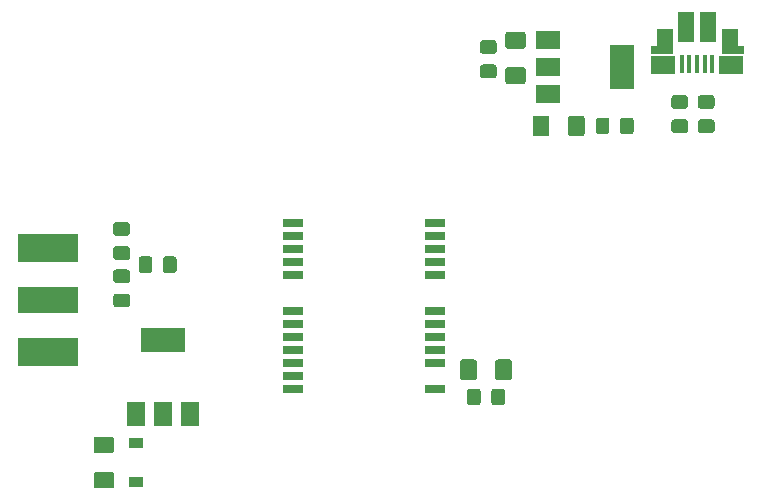
<source format=gbr>
G04 #@! TF.GenerationSoftware,KiCad,Pcbnew,5.1.5*
G04 #@! TF.CreationDate,2020-03-06T00:10:34-08:00*
G04 #@! TF.ProjectId,orangepi-neo-gps,6f72616e-6765-4706-992d-6e656f2d6770,1*
G04 #@! TF.SameCoordinates,Original*
G04 #@! TF.FileFunction,Paste,Bot*
G04 #@! TF.FilePolarity,Positive*
%FSLAX46Y46*%
G04 Gerber Fmt 4.6, Leading zero omitted, Abs format (unit mm)*
G04 Created by KiCad (PCBNEW 5.1.5) date 2020-03-06 00:10:35*
%MOMM*%
%LPD*%
G04 APERTURE LIST*
%ADD10C,0.100000*%
%ADD11R,1.200000X0.900000*%
%ADD12R,1.350000X2.000000*%
%ADD13R,1.825000X0.700000*%
%ADD14R,2.000000X1.500000*%
%ADD15R,0.400000X1.650000*%
%ADD16R,1.430000X2.500000*%
%ADD17R,5.080000X2.290000*%
%ADD18R,5.080000X2.420000*%
%ADD19R,1.500000X2.000000*%
%ADD20R,3.800000X2.000000*%
%ADD21R,1.800000X0.800000*%
%ADD22R,2.000000X3.800000*%
G04 APERTURE END LIST*
D10*
G36*
X33399504Y-61051204D02*
G01*
X33423773Y-61054804D01*
X33447571Y-61060765D01*
X33470671Y-61069030D01*
X33492849Y-61079520D01*
X33513893Y-61092133D01*
X33533598Y-61106747D01*
X33551777Y-61123223D01*
X33568253Y-61141402D01*
X33582867Y-61161107D01*
X33595480Y-61182151D01*
X33605970Y-61204329D01*
X33614235Y-61227429D01*
X33620196Y-61251227D01*
X33623796Y-61275496D01*
X33625000Y-61300000D01*
X33625000Y-62225000D01*
X33623796Y-62249504D01*
X33620196Y-62273773D01*
X33614235Y-62297571D01*
X33605970Y-62320671D01*
X33595480Y-62342849D01*
X33582867Y-62363893D01*
X33568253Y-62383598D01*
X33551777Y-62401777D01*
X33533598Y-62418253D01*
X33513893Y-62432867D01*
X33492849Y-62445480D01*
X33470671Y-62455970D01*
X33447571Y-62464235D01*
X33423773Y-62470196D01*
X33399504Y-62473796D01*
X33375000Y-62475000D01*
X32125000Y-62475000D01*
X32100496Y-62473796D01*
X32076227Y-62470196D01*
X32052429Y-62464235D01*
X32029329Y-62455970D01*
X32007151Y-62445480D01*
X31986107Y-62432867D01*
X31966402Y-62418253D01*
X31948223Y-62401777D01*
X31931747Y-62383598D01*
X31917133Y-62363893D01*
X31904520Y-62342849D01*
X31894030Y-62320671D01*
X31885765Y-62297571D01*
X31879804Y-62273773D01*
X31876204Y-62249504D01*
X31875000Y-62225000D01*
X31875000Y-61300000D01*
X31876204Y-61275496D01*
X31879804Y-61251227D01*
X31885765Y-61227429D01*
X31894030Y-61204329D01*
X31904520Y-61182151D01*
X31917133Y-61161107D01*
X31931747Y-61141402D01*
X31948223Y-61123223D01*
X31966402Y-61106747D01*
X31986107Y-61092133D01*
X32007151Y-61079520D01*
X32029329Y-61069030D01*
X32052429Y-61060765D01*
X32076227Y-61054804D01*
X32100496Y-61051204D01*
X32125000Y-61050000D01*
X33375000Y-61050000D01*
X33399504Y-61051204D01*
G37*
G36*
X33399504Y-64026204D02*
G01*
X33423773Y-64029804D01*
X33447571Y-64035765D01*
X33470671Y-64044030D01*
X33492849Y-64054520D01*
X33513893Y-64067133D01*
X33533598Y-64081747D01*
X33551777Y-64098223D01*
X33568253Y-64116402D01*
X33582867Y-64136107D01*
X33595480Y-64157151D01*
X33605970Y-64179329D01*
X33614235Y-64202429D01*
X33620196Y-64226227D01*
X33623796Y-64250496D01*
X33625000Y-64275000D01*
X33625000Y-65200000D01*
X33623796Y-65224504D01*
X33620196Y-65248773D01*
X33614235Y-65272571D01*
X33605970Y-65295671D01*
X33595480Y-65317849D01*
X33582867Y-65338893D01*
X33568253Y-65358598D01*
X33551777Y-65376777D01*
X33533598Y-65393253D01*
X33513893Y-65407867D01*
X33492849Y-65420480D01*
X33470671Y-65430970D01*
X33447571Y-65439235D01*
X33423773Y-65445196D01*
X33399504Y-65448796D01*
X33375000Y-65450000D01*
X32125000Y-65450000D01*
X32100496Y-65448796D01*
X32076227Y-65445196D01*
X32052429Y-65439235D01*
X32029329Y-65430970D01*
X32007151Y-65420480D01*
X31986107Y-65407867D01*
X31966402Y-65393253D01*
X31948223Y-65376777D01*
X31931747Y-65358598D01*
X31917133Y-65338893D01*
X31904520Y-65317849D01*
X31894030Y-65295671D01*
X31885765Y-65272571D01*
X31879804Y-65248773D01*
X31876204Y-65224504D01*
X31875000Y-65200000D01*
X31875000Y-64275000D01*
X31876204Y-64250496D01*
X31879804Y-64226227D01*
X31885765Y-64202429D01*
X31894030Y-64179329D01*
X31904520Y-64157151D01*
X31917133Y-64136107D01*
X31931747Y-64116402D01*
X31948223Y-64098223D01*
X31966402Y-64081747D01*
X31986107Y-64067133D01*
X32007151Y-64054520D01*
X32029329Y-64044030D01*
X32052429Y-64035765D01*
X32076227Y-64029804D01*
X32100496Y-64026204D01*
X32125000Y-64025000D01*
X33375000Y-64025000D01*
X33399504Y-64026204D01*
G37*
G36*
X67074504Y-54526204D02*
G01*
X67098773Y-54529804D01*
X67122571Y-54535765D01*
X67145671Y-54544030D01*
X67167849Y-54554520D01*
X67188893Y-54567133D01*
X67208598Y-54581747D01*
X67226777Y-54598223D01*
X67243253Y-54616402D01*
X67257867Y-54636107D01*
X67270480Y-54657151D01*
X67280970Y-54679329D01*
X67289235Y-54702429D01*
X67295196Y-54726227D01*
X67298796Y-54750496D01*
X67300000Y-54775000D01*
X67300000Y-56025000D01*
X67298796Y-56049504D01*
X67295196Y-56073773D01*
X67289235Y-56097571D01*
X67280970Y-56120671D01*
X67270480Y-56142849D01*
X67257867Y-56163893D01*
X67243253Y-56183598D01*
X67226777Y-56201777D01*
X67208598Y-56218253D01*
X67188893Y-56232867D01*
X67167849Y-56245480D01*
X67145671Y-56255970D01*
X67122571Y-56264235D01*
X67098773Y-56270196D01*
X67074504Y-56273796D01*
X67050000Y-56275000D01*
X66125000Y-56275000D01*
X66100496Y-56273796D01*
X66076227Y-56270196D01*
X66052429Y-56264235D01*
X66029329Y-56255970D01*
X66007151Y-56245480D01*
X65986107Y-56232867D01*
X65966402Y-56218253D01*
X65948223Y-56201777D01*
X65931747Y-56183598D01*
X65917133Y-56163893D01*
X65904520Y-56142849D01*
X65894030Y-56120671D01*
X65885765Y-56097571D01*
X65879804Y-56073773D01*
X65876204Y-56049504D01*
X65875000Y-56025000D01*
X65875000Y-54775000D01*
X65876204Y-54750496D01*
X65879804Y-54726227D01*
X65885765Y-54702429D01*
X65894030Y-54679329D01*
X65904520Y-54657151D01*
X65917133Y-54636107D01*
X65931747Y-54616402D01*
X65948223Y-54598223D01*
X65966402Y-54581747D01*
X65986107Y-54567133D01*
X66007151Y-54554520D01*
X66029329Y-54544030D01*
X66052429Y-54535765D01*
X66076227Y-54529804D01*
X66100496Y-54526204D01*
X66125000Y-54525000D01*
X67050000Y-54525000D01*
X67074504Y-54526204D01*
G37*
G36*
X64099504Y-54526204D02*
G01*
X64123773Y-54529804D01*
X64147571Y-54535765D01*
X64170671Y-54544030D01*
X64192849Y-54554520D01*
X64213893Y-54567133D01*
X64233598Y-54581747D01*
X64251777Y-54598223D01*
X64268253Y-54616402D01*
X64282867Y-54636107D01*
X64295480Y-54657151D01*
X64305970Y-54679329D01*
X64314235Y-54702429D01*
X64320196Y-54726227D01*
X64323796Y-54750496D01*
X64325000Y-54775000D01*
X64325000Y-56025000D01*
X64323796Y-56049504D01*
X64320196Y-56073773D01*
X64314235Y-56097571D01*
X64305970Y-56120671D01*
X64295480Y-56142849D01*
X64282867Y-56163893D01*
X64268253Y-56183598D01*
X64251777Y-56201777D01*
X64233598Y-56218253D01*
X64213893Y-56232867D01*
X64192849Y-56245480D01*
X64170671Y-56255970D01*
X64147571Y-56264235D01*
X64123773Y-56270196D01*
X64099504Y-56273796D01*
X64075000Y-56275000D01*
X63150000Y-56275000D01*
X63125496Y-56273796D01*
X63101227Y-56270196D01*
X63077429Y-56264235D01*
X63054329Y-56255970D01*
X63032151Y-56245480D01*
X63011107Y-56232867D01*
X62991402Y-56218253D01*
X62973223Y-56201777D01*
X62956747Y-56183598D01*
X62942133Y-56163893D01*
X62929520Y-56142849D01*
X62919030Y-56120671D01*
X62910765Y-56097571D01*
X62904804Y-56073773D01*
X62901204Y-56049504D01*
X62900000Y-56025000D01*
X62900000Y-54775000D01*
X62901204Y-54750496D01*
X62904804Y-54726227D01*
X62910765Y-54702429D01*
X62919030Y-54679329D01*
X62929520Y-54657151D01*
X62942133Y-54636107D01*
X62956747Y-54616402D01*
X62973223Y-54598223D01*
X62991402Y-54581747D01*
X63011107Y-54567133D01*
X63032151Y-54554520D01*
X63054329Y-54544030D01*
X63077429Y-54535765D01*
X63101227Y-54529804D01*
X63125496Y-54526204D01*
X63150000Y-54525000D01*
X64075000Y-54525000D01*
X64099504Y-54526204D01*
G37*
G36*
X36624505Y-45801204D02*
G01*
X36648773Y-45804804D01*
X36672572Y-45810765D01*
X36695671Y-45819030D01*
X36717850Y-45829520D01*
X36738893Y-45842132D01*
X36758599Y-45856747D01*
X36776777Y-45873223D01*
X36793253Y-45891401D01*
X36807868Y-45911107D01*
X36820480Y-45932150D01*
X36830970Y-45954329D01*
X36839235Y-45977428D01*
X36845196Y-46001227D01*
X36848796Y-46025495D01*
X36850000Y-46049999D01*
X36850000Y-46950001D01*
X36848796Y-46974505D01*
X36845196Y-46998773D01*
X36839235Y-47022572D01*
X36830970Y-47045671D01*
X36820480Y-47067850D01*
X36807868Y-47088893D01*
X36793253Y-47108599D01*
X36776777Y-47126777D01*
X36758599Y-47143253D01*
X36738893Y-47157868D01*
X36717850Y-47170480D01*
X36695671Y-47180970D01*
X36672572Y-47189235D01*
X36648773Y-47195196D01*
X36624505Y-47198796D01*
X36600001Y-47200000D01*
X35949999Y-47200000D01*
X35925495Y-47198796D01*
X35901227Y-47195196D01*
X35877428Y-47189235D01*
X35854329Y-47180970D01*
X35832150Y-47170480D01*
X35811107Y-47157868D01*
X35791401Y-47143253D01*
X35773223Y-47126777D01*
X35756747Y-47108599D01*
X35742132Y-47088893D01*
X35729520Y-47067850D01*
X35719030Y-47045671D01*
X35710765Y-47022572D01*
X35704804Y-46998773D01*
X35701204Y-46974505D01*
X35700000Y-46950001D01*
X35700000Y-46049999D01*
X35701204Y-46025495D01*
X35704804Y-46001227D01*
X35710765Y-45977428D01*
X35719030Y-45954329D01*
X35729520Y-45932150D01*
X35742132Y-45911107D01*
X35756747Y-45891401D01*
X35773223Y-45873223D01*
X35791401Y-45856747D01*
X35811107Y-45842132D01*
X35832150Y-45829520D01*
X35854329Y-45819030D01*
X35877428Y-45810765D01*
X35901227Y-45804804D01*
X35925495Y-45801204D01*
X35949999Y-45800000D01*
X36600001Y-45800000D01*
X36624505Y-45801204D01*
G37*
G36*
X38674505Y-45801204D02*
G01*
X38698773Y-45804804D01*
X38722572Y-45810765D01*
X38745671Y-45819030D01*
X38767850Y-45829520D01*
X38788893Y-45842132D01*
X38808599Y-45856747D01*
X38826777Y-45873223D01*
X38843253Y-45891401D01*
X38857868Y-45911107D01*
X38870480Y-45932150D01*
X38880970Y-45954329D01*
X38889235Y-45977428D01*
X38895196Y-46001227D01*
X38898796Y-46025495D01*
X38900000Y-46049999D01*
X38900000Y-46950001D01*
X38898796Y-46974505D01*
X38895196Y-46998773D01*
X38889235Y-47022572D01*
X38880970Y-47045671D01*
X38870480Y-47067850D01*
X38857868Y-47088893D01*
X38843253Y-47108599D01*
X38826777Y-47126777D01*
X38808599Y-47143253D01*
X38788893Y-47157868D01*
X38767850Y-47170480D01*
X38745671Y-47180970D01*
X38722572Y-47189235D01*
X38698773Y-47195196D01*
X38674505Y-47198796D01*
X38650001Y-47200000D01*
X37999999Y-47200000D01*
X37975495Y-47198796D01*
X37951227Y-47195196D01*
X37927428Y-47189235D01*
X37904329Y-47180970D01*
X37882150Y-47170480D01*
X37861107Y-47157868D01*
X37841401Y-47143253D01*
X37823223Y-47126777D01*
X37806747Y-47108599D01*
X37792132Y-47088893D01*
X37779520Y-47067850D01*
X37769030Y-47045671D01*
X37760765Y-47022572D01*
X37754804Y-46998773D01*
X37751204Y-46974505D01*
X37750000Y-46950001D01*
X37750000Y-46049999D01*
X37751204Y-46025495D01*
X37754804Y-46001227D01*
X37760765Y-45977428D01*
X37769030Y-45954329D01*
X37779520Y-45932150D01*
X37792132Y-45911107D01*
X37806747Y-45891401D01*
X37823223Y-45873223D01*
X37841401Y-45856747D01*
X37861107Y-45842132D01*
X37882150Y-45829520D01*
X37904329Y-45819030D01*
X37927428Y-45810765D01*
X37951227Y-45804804D01*
X37975495Y-45801204D01*
X37999999Y-45800000D01*
X38650001Y-45800000D01*
X38674505Y-45801204D01*
G37*
G36*
X73224504Y-33876204D02*
G01*
X73248773Y-33879804D01*
X73272571Y-33885765D01*
X73295671Y-33894030D01*
X73317849Y-33904520D01*
X73338893Y-33917133D01*
X73358598Y-33931747D01*
X73376777Y-33948223D01*
X73393253Y-33966402D01*
X73407867Y-33986107D01*
X73420480Y-34007151D01*
X73430970Y-34029329D01*
X73439235Y-34052429D01*
X73445196Y-34076227D01*
X73448796Y-34100496D01*
X73450000Y-34125000D01*
X73450000Y-35375000D01*
X73448796Y-35399504D01*
X73445196Y-35423773D01*
X73439235Y-35447571D01*
X73430970Y-35470671D01*
X73420480Y-35492849D01*
X73407867Y-35513893D01*
X73393253Y-35533598D01*
X73376777Y-35551777D01*
X73358598Y-35568253D01*
X73338893Y-35582867D01*
X73317849Y-35595480D01*
X73295671Y-35605970D01*
X73272571Y-35614235D01*
X73248773Y-35620196D01*
X73224504Y-35623796D01*
X73200000Y-35625000D01*
X72275000Y-35625000D01*
X72250496Y-35623796D01*
X72226227Y-35620196D01*
X72202429Y-35614235D01*
X72179329Y-35605970D01*
X72157151Y-35595480D01*
X72136107Y-35582867D01*
X72116402Y-35568253D01*
X72098223Y-35551777D01*
X72081747Y-35533598D01*
X72067133Y-35513893D01*
X72054520Y-35492849D01*
X72044030Y-35470671D01*
X72035765Y-35447571D01*
X72029804Y-35423773D01*
X72026204Y-35399504D01*
X72025000Y-35375000D01*
X72025000Y-34125000D01*
X72026204Y-34100496D01*
X72029804Y-34076227D01*
X72035765Y-34052429D01*
X72044030Y-34029329D01*
X72054520Y-34007151D01*
X72067133Y-33986107D01*
X72081747Y-33966402D01*
X72098223Y-33948223D01*
X72116402Y-33931747D01*
X72136107Y-33917133D01*
X72157151Y-33904520D01*
X72179329Y-33894030D01*
X72202429Y-33885765D01*
X72226227Y-33879804D01*
X72250496Y-33876204D01*
X72275000Y-33875000D01*
X73200000Y-33875000D01*
X73224504Y-33876204D01*
G37*
G36*
X70249504Y-33876204D02*
G01*
X70273773Y-33879804D01*
X70297571Y-33885765D01*
X70320671Y-33894030D01*
X70342849Y-33904520D01*
X70363893Y-33917133D01*
X70383598Y-33931747D01*
X70401777Y-33948223D01*
X70418253Y-33966402D01*
X70432867Y-33986107D01*
X70445480Y-34007151D01*
X70455970Y-34029329D01*
X70464235Y-34052429D01*
X70470196Y-34076227D01*
X70473796Y-34100496D01*
X70475000Y-34125000D01*
X70475000Y-35375000D01*
X70473796Y-35399504D01*
X70470196Y-35423773D01*
X70464235Y-35447571D01*
X70455970Y-35470671D01*
X70445480Y-35492849D01*
X70432867Y-35513893D01*
X70418253Y-35533598D01*
X70401777Y-35551777D01*
X70383598Y-35568253D01*
X70363893Y-35582867D01*
X70342849Y-35595480D01*
X70320671Y-35605970D01*
X70297571Y-35614235D01*
X70273773Y-35620196D01*
X70249504Y-35623796D01*
X70225000Y-35625000D01*
X69300000Y-35625000D01*
X69275496Y-35623796D01*
X69251227Y-35620196D01*
X69227429Y-35614235D01*
X69204329Y-35605970D01*
X69182151Y-35595480D01*
X69161107Y-35582867D01*
X69141402Y-35568253D01*
X69123223Y-35551777D01*
X69106747Y-35533598D01*
X69092133Y-35513893D01*
X69079520Y-35492849D01*
X69069030Y-35470671D01*
X69060765Y-35447571D01*
X69054804Y-35423773D01*
X69051204Y-35399504D01*
X69050000Y-35375000D01*
X69050000Y-34125000D01*
X69051204Y-34100496D01*
X69054804Y-34076227D01*
X69060765Y-34052429D01*
X69069030Y-34029329D01*
X69079520Y-34007151D01*
X69092133Y-33986107D01*
X69106747Y-33966402D01*
X69123223Y-33948223D01*
X69141402Y-33931747D01*
X69161107Y-33917133D01*
X69182151Y-33904520D01*
X69204329Y-33894030D01*
X69227429Y-33885765D01*
X69251227Y-33879804D01*
X69275496Y-33876204D01*
X69300000Y-33875000D01*
X70225000Y-33875000D01*
X70249504Y-33876204D01*
G37*
G36*
X68249504Y-29776204D02*
G01*
X68273773Y-29779804D01*
X68297571Y-29785765D01*
X68320671Y-29794030D01*
X68342849Y-29804520D01*
X68363893Y-29817133D01*
X68383598Y-29831747D01*
X68401777Y-29848223D01*
X68418253Y-29866402D01*
X68432867Y-29886107D01*
X68445480Y-29907151D01*
X68455970Y-29929329D01*
X68464235Y-29952429D01*
X68470196Y-29976227D01*
X68473796Y-30000496D01*
X68475000Y-30025000D01*
X68475000Y-30950000D01*
X68473796Y-30974504D01*
X68470196Y-30998773D01*
X68464235Y-31022571D01*
X68455970Y-31045671D01*
X68445480Y-31067849D01*
X68432867Y-31088893D01*
X68418253Y-31108598D01*
X68401777Y-31126777D01*
X68383598Y-31143253D01*
X68363893Y-31157867D01*
X68342849Y-31170480D01*
X68320671Y-31180970D01*
X68297571Y-31189235D01*
X68273773Y-31195196D01*
X68249504Y-31198796D01*
X68225000Y-31200000D01*
X66975000Y-31200000D01*
X66950496Y-31198796D01*
X66926227Y-31195196D01*
X66902429Y-31189235D01*
X66879329Y-31180970D01*
X66857151Y-31170480D01*
X66836107Y-31157867D01*
X66816402Y-31143253D01*
X66798223Y-31126777D01*
X66781747Y-31108598D01*
X66767133Y-31088893D01*
X66754520Y-31067849D01*
X66744030Y-31045671D01*
X66735765Y-31022571D01*
X66729804Y-30998773D01*
X66726204Y-30974504D01*
X66725000Y-30950000D01*
X66725000Y-30025000D01*
X66726204Y-30000496D01*
X66729804Y-29976227D01*
X66735765Y-29952429D01*
X66744030Y-29929329D01*
X66754520Y-29907151D01*
X66767133Y-29886107D01*
X66781747Y-29866402D01*
X66798223Y-29848223D01*
X66816402Y-29831747D01*
X66836107Y-29817133D01*
X66857151Y-29804520D01*
X66879329Y-29794030D01*
X66902429Y-29785765D01*
X66926227Y-29779804D01*
X66950496Y-29776204D01*
X66975000Y-29775000D01*
X68225000Y-29775000D01*
X68249504Y-29776204D01*
G37*
G36*
X68249504Y-26801204D02*
G01*
X68273773Y-26804804D01*
X68297571Y-26810765D01*
X68320671Y-26819030D01*
X68342849Y-26829520D01*
X68363893Y-26842133D01*
X68383598Y-26856747D01*
X68401777Y-26873223D01*
X68418253Y-26891402D01*
X68432867Y-26911107D01*
X68445480Y-26932151D01*
X68455970Y-26954329D01*
X68464235Y-26977429D01*
X68470196Y-27001227D01*
X68473796Y-27025496D01*
X68475000Y-27050000D01*
X68475000Y-27975000D01*
X68473796Y-27999504D01*
X68470196Y-28023773D01*
X68464235Y-28047571D01*
X68455970Y-28070671D01*
X68445480Y-28092849D01*
X68432867Y-28113893D01*
X68418253Y-28133598D01*
X68401777Y-28151777D01*
X68383598Y-28168253D01*
X68363893Y-28182867D01*
X68342849Y-28195480D01*
X68320671Y-28205970D01*
X68297571Y-28214235D01*
X68273773Y-28220196D01*
X68249504Y-28223796D01*
X68225000Y-28225000D01*
X66975000Y-28225000D01*
X66950496Y-28223796D01*
X66926227Y-28220196D01*
X66902429Y-28214235D01*
X66879329Y-28205970D01*
X66857151Y-28195480D01*
X66836107Y-28182867D01*
X66816402Y-28168253D01*
X66798223Y-28151777D01*
X66781747Y-28133598D01*
X66767133Y-28113893D01*
X66754520Y-28092849D01*
X66744030Y-28070671D01*
X66735765Y-28047571D01*
X66729804Y-28023773D01*
X66726204Y-27999504D01*
X66725000Y-27975000D01*
X66725000Y-27050000D01*
X66726204Y-27025496D01*
X66729804Y-27001227D01*
X66735765Y-26977429D01*
X66744030Y-26954329D01*
X66754520Y-26932151D01*
X66767133Y-26911107D01*
X66781747Y-26891402D01*
X66798223Y-26873223D01*
X66816402Y-26856747D01*
X66836107Y-26842133D01*
X66857151Y-26829520D01*
X66879329Y-26819030D01*
X66902429Y-26810765D01*
X66926227Y-26804804D01*
X66950496Y-26801204D01*
X66975000Y-26800000D01*
X68225000Y-26800000D01*
X68249504Y-26801204D01*
G37*
D11*
X35500000Y-61600000D03*
X35500000Y-64900000D03*
D12*
X85725000Y-27565000D03*
X80245000Y-27565000D03*
D13*
X80025000Y-28315000D03*
X85975000Y-28315000D03*
D14*
X80125000Y-29615000D03*
X85875000Y-29635000D03*
D15*
X81675000Y-29515000D03*
X82325000Y-29515000D03*
X82975000Y-29515000D03*
X83625000Y-29515000D03*
X84275000Y-29515000D03*
D16*
X82015000Y-26365000D03*
X83935000Y-26365000D03*
D17*
X28030000Y-49500000D03*
D18*
X28030000Y-53880000D03*
X28030000Y-45120000D03*
D10*
G36*
X34724505Y-46901204D02*
G01*
X34748773Y-46904804D01*
X34772572Y-46910765D01*
X34795671Y-46919030D01*
X34817850Y-46929520D01*
X34838893Y-46942132D01*
X34858599Y-46956747D01*
X34876777Y-46973223D01*
X34893253Y-46991401D01*
X34907868Y-47011107D01*
X34920480Y-47032150D01*
X34930970Y-47054329D01*
X34939235Y-47077428D01*
X34945196Y-47101227D01*
X34948796Y-47125495D01*
X34950000Y-47149999D01*
X34950000Y-47800001D01*
X34948796Y-47824505D01*
X34945196Y-47848773D01*
X34939235Y-47872572D01*
X34930970Y-47895671D01*
X34920480Y-47917850D01*
X34907868Y-47938893D01*
X34893253Y-47958599D01*
X34876777Y-47976777D01*
X34858599Y-47993253D01*
X34838893Y-48007868D01*
X34817850Y-48020480D01*
X34795671Y-48030970D01*
X34772572Y-48039235D01*
X34748773Y-48045196D01*
X34724505Y-48048796D01*
X34700001Y-48050000D01*
X33799999Y-48050000D01*
X33775495Y-48048796D01*
X33751227Y-48045196D01*
X33727428Y-48039235D01*
X33704329Y-48030970D01*
X33682150Y-48020480D01*
X33661107Y-48007868D01*
X33641401Y-47993253D01*
X33623223Y-47976777D01*
X33606747Y-47958599D01*
X33592132Y-47938893D01*
X33579520Y-47917850D01*
X33569030Y-47895671D01*
X33560765Y-47872572D01*
X33554804Y-47848773D01*
X33551204Y-47824505D01*
X33550000Y-47800001D01*
X33550000Y-47149999D01*
X33551204Y-47125495D01*
X33554804Y-47101227D01*
X33560765Y-47077428D01*
X33569030Y-47054329D01*
X33579520Y-47032150D01*
X33592132Y-47011107D01*
X33606747Y-46991401D01*
X33623223Y-46973223D01*
X33641401Y-46956747D01*
X33661107Y-46942132D01*
X33682150Y-46929520D01*
X33704329Y-46919030D01*
X33727428Y-46910765D01*
X33751227Y-46904804D01*
X33775495Y-46901204D01*
X33799999Y-46900000D01*
X34700001Y-46900000D01*
X34724505Y-46901204D01*
G37*
G36*
X34724505Y-48951204D02*
G01*
X34748773Y-48954804D01*
X34772572Y-48960765D01*
X34795671Y-48969030D01*
X34817850Y-48979520D01*
X34838893Y-48992132D01*
X34858599Y-49006747D01*
X34876777Y-49023223D01*
X34893253Y-49041401D01*
X34907868Y-49061107D01*
X34920480Y-49082150D01*
X34930970Y-49104329D01*
X34939235Y-49127428D01*
X34945196Y-49151227D01*
X34948796Y-49175495D01*
X34950000Y-49199999D01*
X34950000Y-49850001D01*
X34948796Y-49874505D01*
X34945196Y-49898773D01*
X34939235Y-49922572D01*
X34930970Y-49945671D01*
X34920480Y-49967850D01*
X34907868Y-49988893D01*
X34893253Y-50008599D01*
X34876777Y-50026777D01*
X34858599Y-50043253D01*
X34838893Y-50057868D01*
X34817850Y-50070480D01*
X34795671Y-50080970D01*
X34772572Y-50089235D01*
X34748773Y-50095196D01*
X34724505Y-50098796D01*
X34700001Y-50100000D01*
X33799999Y-50100000D01*
X33775495Y-50098796D01*
X33751227Y-50095196D01*
X33727428Y-50089235D01*
X33704329Y-50080970D01*
X33682150Y-50070480D01*
X33661107Y-50057868D01*
X33641401Y-50043253D01*
X33623223Y-50026777D01*
X33606747Y-50008599D01*
X33592132Y-49988893D01*
X33579520Y-49967850D01*
X33569030Y-49945671D01*
X33560765Y-49922572D01*
X33554804Y-49898773D01*
X33551204Y-49874505D01*
X33550000Y-49850001D01*
X33550000Y-49199999D01*
X33551204Y-49175495D01*
X33554804Y-49151227D01*
X33560765Y-49127428D01*
X33569030Y-49104329D01*
X33579520Y-49082150D01*
X33592132Y-49061107D01*
X33606747Y-49041401D01*
X33623223Y-49023223D01*
X33641401Y-49006747D01*
X33661107Y-48992132D01*
X33682150Y-48979520D01*
X33704329Y-48969030D01*
X33727428Y-48960765D01*
X33751227Y-48954804D01*
X33775495Y-48951204D01*
X33799999Y-48950000D01*
X34700001Y-48950000D01*
X34724505Y-48951204D01*
G37*
G36*
X64424505Y-57001204D02*
G01*
X64448773Y-57004804D01*
X64472572Y-57010765D01*
X64495671Y-57019030D01*
X64517850Y-57029520D01*
X64538893Y-57042132D01*
X64558599Y-57056747D01*
X64576777Y-57073223D01*
X64593253Y-57091401D01*
X64607868Y-57111107D01*
X64620480Y-57132150D01*
X64630970Y-57154329D01*
X64639235Y-57177428D01*
X64645196Y-57201227D01*
X64648796Y-57225495D01*
X64650000Y-57249999D01*
X64650000Y-58150001D01*
X64648796Y-58174505D01*
X64645196Y-58198773D01*
X64639235Y-58222572D01*
X64630970Y-58245671D01*
X64620480Y-58267850D01*
X64607868Y-58288893D01*
X64593253Y-58308599D01*
X64576777Y-58326777D01*
X64558599Y-58343253D01*
X64538893Y-58357868D01*
X64517850Y-58370480D01*
X64495671Y-58380970D01*
X64472572Y-58389235D01*
X64448773Y-58395196D01*
X64424505Y-58398796D01*
X64400001Y-58400000D01*
X63749999Y-58400000D01*
X63725495Y-58398796D01*
X63701227Y-58395196D01*
X63677428Y-58389235D01*
X63654329Y-58380970D01*
X63632150Y-58370480D01*
X63611107Y-58357868D01*
X63591401Y-58343253D01*
X63573223Y-58326777D01*
X63556747Y-58308599D01*
X63542132Y-58288893D01*
X63529520Y-58267850D01*
X63519030Y-58245671D01*
X63510765Y-58222572D01*
X63504804Y-58198773D01*
X63501204Y-58174505D01*
X63500000Y-58150001D01*
X63500000Y-57249999D01*
X63501204Y-57225495D01*
X63504804Y-57201227D01*
X63510765Y-57177428D01*
X63519030Y-57154329D01*
X63529520Y-57132150D01*
X63542132Y-57111107D01*
X63556747Y-57091401D01*
X63573223Y-57073223D01*
X63591401Y-57056747D01*
X63611107Y-57042132D01*
X63632150Y-57029520D01*
X63654329Y-57019030D01*
X63677428Y-57010765D01*
X63701227Y-57004804D01*
X63725495Y-57001204D01*
X63749999Y-57000000D01*
X64400001Y-57000000D01*
X64424505Y-57001204D01*
G37*
G36*
X66474505Y-57001204D02*
G01*
X66498773Y-57004804D01*
X66522572Y-57010765D01*
X66545671Y-57019030D01*
X66567850Y-57029520D01*
X66588893Y-57042132D01*
X66608599Y-57056747D01*
X66626777Y-57073223D01*
X66643253Y-57091401D01*
X66657868Y-57111107D01*
X66670480Y-57132150D01*
X66680970Y-57154329D01*
X66689235Y-57177428D01*
X66695196Y-57201227D01*
X66698796Y-57225495D01*
X66700000Y-57249999D01*
X66700000Y-58150001D01*
X66698796Y-58174505D01*
X66695196Y-58198773D01*
X66689235Y-58222572D01*
X66680970Y-58245671D01*
X66670480Y-58267850D01*
X66657868Y-58288893D01*
X66643253Y-58308599D01*
X66626777Y-58326777D01*
X66608599Y-58343253D01*
X66588893Y-58357868D01*
X66567850Y-58370480D01*
X66545671Y-58380970D01*
X66522572Y-58389235D01*
X66498773Y-58395196D01*
X66474505Y-58398796D01*
X66450001Y-58400000D01*
X65799999Y-58400000D01*
X65775495Y-58398796D01*
X65751227Y-58395196D01*
X65727428Y-58389235D01*
X65704329Y-58380970D01*
X65682150Y-58370480D01*
X65661107Y-58357868D01*
X65641401Y-58343253D01*
X65623223Y-58326777D01*
X65606747Y-58308599D01*
X65592132Y-58288893D01*
X65579520Y-58267850D01*
X65569030Y-58245671D01*
X65560765Y-58222572D01*
X65554804Y-58198773D01*
X65551204Y-58174505D01*
X65550000Y-58150001D01*
X65550000Y-57249999D01*
X65551204Y-57225495D01*
X65554804Y-57201227D01*
X65560765Y-57177428D01*
X65569030Y-57154329D01*
X65579520Y-57132150D01*
X65592132Y-57111107D01*
X65606747Y-57091401D01*
X65623223Y-57073223D01*
X65641401Y-57056747D01*
X65661107Y-57042132D01*
X65682150Y-57029520D01*
X65704329Y-57019030D01*
X65727428Y-57010765D01*
X65751227Y-57004804D01*
X65775495Y-57001204D01*
X65799999Y-57000000D01*
X66450001Y-57000000D01*
X66474505Y-57001204D01*
G37*
G36*
X34724505Y-42901204D02*
G01*
X34748773Y-42904804D01*
X34772572Y-42910765D01*
X34795671Y-42919030D01*
X34817850Y-42929520D01*
X34838893Y-42942132D01*
X34858599Y-42956747D01*
X34876777Y-42973223D01*
X34893253Y-42991401D01*
X34907868Y-43011107D01*
X34920480Y-43032150D01*
X34930970Y-43054329D01*
X34939235Y-43077428D01*
X34945196Y-43101227D01*
X34948796Y-43125495D01*
X34950000Y-43149999D01*
X34950000Y-43800001D01*
X34948796Y-43824505D01*
X34945196Y-43848773D01*
X34939235Y-43872572D01*
X34930970Y-43895671D01*
X34920480Y-43917850D01*
X34907868Y-43938893D01*
X34893253Y-43958599D01*
X34876777Y-43976777D01*
X34858599Y-43993253D01*
X34838893Y-44007868D01*
X34817850Y-44020480D01*
X34795671Y-44030970D01*
X34772572Y-44039235D01*
X34748773Y-44045196D01*
X34724505Y-44048796D01*
X34700001Y-44050000D01*
X33799999Y-44050000D01*
X33775495Y-44048796D01*
X33751227Y-44045196D01*
X33727428Y-44039235D01*
X33704329Y-44030970D01*
X33682150Y-44020480D01*
X33661107Y-44007868D01*
X33641401Y-43993253D01*
X33623223Y-43976777D01*
X33606747Y-43958599D01*
X33592132Y-43938893D01*
X33579520Y-43917850D01*
X33569030Y-43895671D01*
X33560765Y-43872572D01*
X33554804Y-43848773D01*
X33551204Y-43824505D01*
X33550000Y-43800001D01*
X33550000Y-43149999D01*
X33551204Y-43125495D01*
X33554804Y-43101227D01*
X33560765Y-43077428D01*
X33569030Y-43054329D01*
X33579520Y-43032150D01*
X33592132Y-43011107D01*
X33606747Y-42991401D01*
X33623223Y-42973223D01*
X33641401Y-42956747D01*
X33661107Y-42942132D01*
X33682150Y-42929520D01*
X33704329Y-42919030D01*
X33727428Y-42910765D01*
X33751227Y-42904804D01*
X33775495Y-42901204D01*
X33799999Y-42900000D01*
X34700001Y-42900000D01*
X34724505Y-42901204D01*
G37*
G36*
X34724505Y-44951204D02*
G01*
X34748773Y-44954804D01*
X34772572Y-44960765D01*
X34795671Y-44969030D01*
X34817850Y-44979520D01*
X34838893Y-44992132D01*
X34858599Y-45006747D01*
X34876777Y-45023223D01*
X34893253Y-45041401D01*
X34907868Y-45061107D01*
X34920480Y-45082150D01*
X34930970Y-45104329D01*
X34939235Y-45127428D01*
X34945196Y-45151227D01*
X34948796Y-45175495D01*
X34950000Y-45199999D01*
X34950000Y-45850001D01*
X34948796Y-45874505D01*
X34945196Y-45898773D01*
X34939235Y-45922572D01*
X34930970Y-45945671D01*
X34920480Y-45967850D01*
X34907868Y-45988893D01*
X34893253Y-46008599D01*
X34876777Y-46026777D01*
X34858599Y-46043253D01*
X34838893Y-46057868D01*
X34817850Y-46070480D01*
X34795671Y-46080970D01*
X34772572Y-46089235D01*
X34748773Y-46095196D01*
X34724505Y-46098796D01*
X34700001Y-46100000D01*
X33799999Y-46100000D01*
X33775495Y-46098796D01*
X33751227Y-46095196D01*
X33727428Y-46089235D01*
X33704329Y-46080970D01*
X33682150Y-46070480D01*
X33661107Y-46057868D01*
X33641401Y-46043253D01*
X33623223Y-46026777D01*
X33606747Y-46008599D01*
X33592132Y-45988893D01*
X33579520Y-45967850D01*
X33569030Y-45945671D01*
X33560765Y-45922572D01*
X33554804Y-45898773D01*
X33551204Y-45874505D01*
X33550000Y-45850001D01*
X33550000Y-45199999D01*
X33551204Y-45175495D01*
X33554804Y-45151227D01*
X33560765Y-45127428D01*
X33569030Y-45104329D01*
X33579520Y-45082150D01*
X33592132Y-45061107D01*
X33606747Y-45041401D01*
X33623223Y-45023223D01*
X33641401Y-45006747D01*
X33661107Y-44992132D01*
X33682150Y-44979520D01*
X33704329Y-44969030D01*
X33727428Y-44960765D01*
X33751227Y-44954804D01*
X33775495Y-44951204D01*
X33799999Y-44950000D01*
X34700001Y-44950000D01*
X34724505Y-44951204D01*
G37*
G36*
X84224505Y-32151204D02*
G01*
X84248773Y-32154804D01*
X84272572Y-32160765D01*
X84295671Y-32169030D01*
X84317850Y-32179520D01*
X84338893Y-32192132D01*
X84358599Y-32206747D01*
X84376777Y-32223223D01*
X84393253Y-32241401D01*
X84407868Y-32261107D01*
X84420480Y-32282150D01*
X84430970Y-32304329D01*
X84439235Y-32327428D01*
X84445196Y-32351227D01*
X84448796Y-32375495D01*
X84450000Y-32399999D01*
X84450000Y-33050001D01*
X84448796Y-33074505D01*
X84445196Y-33098773D01*
X84439235Y-33122572D01*
X84430970Y-33145671D01*
X84420480Y-33167850D01*
X84407868Y-33188893D01*
X84393253Y-33208599D01*
X84376777Y-33226777D01*
X84358599Y-33243253D01*
X84338893Y-33257868D01*
X84317850Y-33270480D01*
X84295671Y-33280970D01*
X84272572Y-33289235D01*
X84248773Y-33295196D01*
X84224505Y-33298796D01*
X84200001Y-33300000D01*
X83299999Y-33300000D01*
X83275495Y-33298796D01*
X83251227Y-33295196D01*
X83227428Y-33289235D01*
X83204329Y-33280970D01*
X83182150Y-33270480D01*
X83161107Y-33257868D01*
X83141401Y-33243253D01*
X83123223Y-33226777D01*
X83106747Y-33208599D01*
X83092132Y-33188893D01*
X83079520Y-33167850D01*
X83069030Y-33145671D01*
X83060765Y-33122572D01*
X83054804Y-33098773D01*
X83051204Y-33074505D01*
X83050000Y-33050001D01*
X83050000Y-32399999D01*
X83051204Y-32375495D01*
X83054804Y-32351227D01*
X83060765Y-32327428D01*
X83069030Y-32304329D01*
X83079520Y-32282150D01*
X83092132Y-32261107D01*
X83106747Y-32241401D01*
X83123223Y-32223223D01*
X83141401Y-32206747D01*
X83161107Y-32192132D01*
X83182150Y-32179520D01*
X83204329Y-32169030D01*
X83227428Y-32160765D01*
X83251227Y-32154804D01*
X83275495Y-32151204D01*
X83299999Y-32150000D01*
X84200001Y-32150000D01*
X84224505Y-32151204D01*
G37*
G36*
X84224505Y-34201204D02*
G01*
X84248773Y-34204804D01*
X84272572Y-34210765D01*
X84295671Y-34219030D01*
X84317850Y-34229520D01*
X84338893Y-34242132D01*
X84358599Y-34256747D01*
X84376777Y-34273223D01*
X84393253Y-34291401D01*
X84407868Y-34311107D01*
X84420480Y-34332150D01*
X84430970Y-34354329D01*
X84439235Y-34377428D01*
X84445196Y-34401227D01*
X84448796Y-34425495D01*
X84450000Y-34449999D01*
X84450000Y-35100001D01*
X84448796Y-35124505D01*
X84445196Y-35148773D01*
X84439235Y-35172572D01*
X84430970Y-35195671D01*
X84420480Y-35217850D01*
X84407868Y-35238893D01*
X84393253Y-35258599D01*
X84376777Y-35276777D01*
X84358599Y-35293253D01*
X84338893Y-35307868D01*
X84317850Y-35320480D01*
X84295671Y-35330970D01*
X84272572Y-35339235D01*
X84248773Y-35345196D01*
X84224505Y-35348796D01*
X84200001Y-35350000D01*
X83299999Y-35350000D01*
X83275495Y-35348796D01*
X83251227Y-35345196D01*
X83227428Y-35339235D01*
X83204329Y-35330970D01*
X83182150Y-35320480D01*
X83161107Y-35307868D01*
X83141401Y-35293253D01*
X83123223Y-35276777D01*
X83106747Y-35258599D01*
X83092132Y-35238893D01*
X83079520Y-35217850D01*
X83069030Y-35195671D01*
X83060765Y-35172572D01*
X83054804Y-35148773D01*
X83051204Y-35124505D01*
X83050000Y-35100001D01*
X83050000Y-34449999D01*
X83051204Y-34425495D01*
X83054804Y-34401227D01*
X83060765Y-34377428D01*
X83069030Y-34354329D01*
X83079520Y-34332150D01*
X83092132Y-34311107D01*
X83106747Y-34291401D01*
X83123223Y-34273223D01*
X83141401Y-34256747D01*
X83161107Y-34242132D01*
X83182150Y-34229520D01*
X83204329Y-34219030D01*
X83227428Y-34210765D01*
X83251227Y-34204804D01*
X83275495Y-34201204D01*
X83299999Y-34200000D01*
X84200001Y-34200000D01*
X84224505Y-34201204D01*
G37*
G36*
X81974505Y-34201204D02*
G01*
X81998773Y-34204804D01*
X82022572Y-34210765D01*
X82045671Y-34219030D01*
X82067850Y-34229520D01*
X82088893Y-34242132D01*
X82108599Y-34256747D01*
X82126777Y-34273223D01*
X82143253Y-34291401D01*
X82157868Y-34311107D01*
X82170480Y-34332150D01*
X82180970Y-34354329D01*
X82189235Y-34377428D01*
X82195196Y-34401227D01*
X82198796Y-34425495D01*
X82200000Y-34449999D01*
X82200000Y-35100001D01*
X82198796Y-35124505D01*
X82195196Y-35148773D01*
X82189235Y-35172572D01*
X82180970Y-35195671D01*
X82170480Y-35217850D01*
X82157868Y-35238893D01*
X82143253Y-35258599D01*
X82126777Y-35276777D01*
X82108599Y-35293253D01*
X82088893Y-35307868D01*
X82067850Y-35320480D01*
X82045671Y-35330970D01*
X82022572Y-35339235D01*
X81998773Y-35345196D01*
X81974505Y-35348796D01*
X81950001Y-35350000D01*
X81049999Y-35350000D01*
X81025495Y-35348796D01*
X81001227Y-35345196D01*
X80977428Y-35339235D01*
X80954329Y-35330970D01*
X80932150Y-35320480D01*
X80911107Y-35307868D01*
X80891401Y-35293253D01*
X80873223Y-35276777D01*
X80856747Y-35258599D01*
X80842132Y-35238893D01*
X80829520Y-35217850D01*
X80819030Y-35195671D01*
X80810765Y-35172572D01*
X80804804Y-35148773D01*
X80801204Y-35124505D01*
X80800000Y-35100001D01*
X80800000Y-34449999D01*
X80801204Y-34425495D01*
X80804804Y-34401227D01*
X80810765Y-34377428D01*
X80819030Y-34354329D01*
X80829520Y-34332150D01*
X80842132Y-34311107D01*
X80856747Y-34291401D01*
X80873223Y-34273223D01*
X80891401Y-34256747D01*
X80911107Y-34242132D01*
X80932150Y-34229520D01*
X80954329Y-34219030D01*
X80977428Y-34210765D01*
X81001227Y-34204804D01*
X81025495Y-34201204D01*
X81049999Y-34200000D01*
X81950001Y-34200000D01*
X81974505Y-34201204D01*
G37*
G36*
X81974505Y-32151204D02*
G01*
X81998773Y-32154804D01*
X82022572Y-32160765D01*
X82045671Y-32169030D01*
X82067850Y-32179520D01*
X82088893Y-32192132D01*
X82108599Y-32206747D01*
X82126777Y-32223223D01*
X82143253Y-32241401D01*
X82157868Y-32261107D01*
X82170480Y-32282150D01*
X82180970Y-32304329D01*
X82189235Y-32327428D01*
X82195196Y-32351227D01*
X82198796Y-32375495D01*
X82200000Y-32399999D01*
X82200000Y-33050001D01*
X82198796Y-33074505D01*
X82195196Y-33098773D01*
X82189235Y-33122572D01*
X82180970Y-33145671D01*
X82170480Y-33167850D01*
X82157868Y-33188893D01*
X82143253Y-33208599D01*
X82126777Y-33226777D01*
X82108599Y-33243253D01*
X82088893Y-33257868D01*
X82067850Y-33270480D01*
X82045671Y-33280970D01*
X82022572Y-33289235D01*
X81998773Y-33295196D01*
X81974505Y-33298796D01*
X81950001Y-33300000D01*
X81049999Y-33300000D01*
X81025495Y-33298796D01*
X81001227Y-33295196D01*
X80977428Y-33289235D01*
X80954329Y-33280970D01*
X80932150Y-33270480D01*
X80911107Y-33257868D01*
X80891401Y-33243253D01*
X80873223Y-33226777D01*
X80856747Y-33208599D01*
X80842132Y-33188893D01*
X80829520Y-33167850D01*
X80819030Y-33145671D01*
X80810765Y-33122572D01*
X80804804Y-33098773D01*
X80801204Y-33074505D01*
X80800000Y-33050001D01*
X80800000Y-32399999D01*
X80801204Y-32375495D01*
X80804804Y-32351227D01*
X80810765Y-32327428D01*
X80819030Y-32304329D01*
X80829520Y-32282150D01*
X80842132Y-32261107D01*
X80856747Y-32241401D01*
X80873223Y-32223223D01*
X80891401Y-32206747D01*
X80911107Y-32192132D01*
X80932150Y-32179520D01*
X80954329Y-32169030D01*
X80977428Y-32160765D01*
X81001227Y-32154804D01*
X81025495Y-32151204D01*
X81049999Y-32150000D01*
X81950001Y-32150000D01*
X81974505Y-32151204D01*
G37*
G36*
X65774505Y-29551204D02*
G01*
X65798773Y-29554804D01*
X65822572Y-29560765D01*
X65845671Y-29569030D01*
X65867850Y-29579520D01*
X65888893Y-29592132D01*
X65908599Y-29606747D01*
X65926777Y-29623223D01*
X65943253Y-29641401D01*
X65957868Y-29661107D01*
X65970480Y-29682150D01*
X65980970Y-29704329D01*
X65989235Y-29727428D01*
X65995196Y-29751227D01*
X65998796Y-29775495D01*
X66000000Y-29799999D01*
X66000000Y-30450001D01*
X65998796Y-30474505D01*
X65995196Y-30498773D01*
X65989235Y-30522572D01*
X65980970Y-30545671D01*
X65970480Y-30567850D01*
X65957868Y-30588893D01*
X65943253Y-30608599D01*
X65926777Y-30626777D01*
X65908599Y-30643253D01*
X65888893Y-30657868D01*
X65867850Y-30670480D01*
X65845671Y-30680970D01*
X65822572Y-30689235D01*
X65798773Y-30695196D01*
X65774505Y-30698796D01*
X65750001Y-30700000D01*
X64849999Y-30700000D01*
X64825495Y-30698796D01*
X64801227Y-30695196D01*
X64777428Y-30689235D01*
X64754329Y-30680970D01*
X64732150Y-30670480D01*
X64711107Y-30657868D01*
X64691401Y-30643253D01*
X64673223Y-30626777D01*
X64656747Y-30608599D01*
X64642132Y-30588893D01*
X64629520Y-30567850D01*
X64619030Y-30545671D01*
X64610765Y-30522572D01*
X64604804Y-30498773D01*
X64601204Y-30474505D01*
X64600000Y-30450001D01*
X64600000Y-29799999D01*
X64601204Y-29775495D01*
X64604804Y-29751227D01*
X64610765Y-29727428D01*
X64619030Y-29704329D01*
X64629520Y-29682150D01*
X64642132Y-29661107D01*
X64656747Y-29641401D01*
X64673223Y-29623223D01*
X64691401Y-29606747D01*
X64711107Y-29592132D01*
X64732150Y-29579520D01*
X64754329Y-29569030D01*
X64777428Y-29560765D01*
X64801227Y-29554804D01*
X64825495Y-29551204D01*
X64849999Y-29550000D01*
X65750001Y-29550000D01*
X65774505Y-29551204D01*
G37*
G36*
X65774505Y-27501204D02*
G01*
X65798773Y-27504804D01*
X65822572Y-27510765D01*
X65845671Y-27519030D01*
X65867850Y-27529520D01*
X65888893Y-27542132D01*
X65908599Y-27556747D01*
X65926777Y-27573223D01*
X65943253Y-27591401D01*
X65957868Y-27611107D01*
X65970480Y-27632150D01*
X65980970Y-27654329D01*
X65989235Y-27677428D01*
X65995196Y-27701227D01*
X65998796Y-27725495D01*
X66000000Y-27749999D01*
X66000000Y-28400001D01*
X65998796Y-28424505D01*
X65995196Y-28448773D01*
X65989235Y-28472572D01*
X65980970Y-28495671D01*
X65970480Y-28517850D01*
X65957868Y-28538893D01*
X65943253Y-28558599D01*
X65926777Y-28576777D01*
X65908599Y-28593253D01*
X65888893Y-28607868D01*
X65867850Y-28620480D01*
X65845671Y-28630970D01*
X65822572Y-28639235D01*
X65798773Y-28645196D01*
X65774505Y-28648796D01*
X65750001Y-28650000D01*
X64849999Y-28650000D01*
X64825495Y-28648796D01*
X64801227Y-28645196D01*
X64777428Y-28639235D01*
X64754329Y-28630970D01*
X64732150Y-28620480D01*
X64711107Y-28607868D01*
X64691401Y-28593253D01*
X64673223Y-28576777D01*
X64656747Y-28558599D01*
X64642132Y-28538893D01*
X64629520Y-28517850D01*
X64619030Y-28495671D01*
X64610765Y-28472572D01*
X64604804Y-28448773D01*
X64601204Y-28424505D01*
X64600000Y-28400001D01*
X64600000Y-27749999D01*
X64601204Y-27725495D01*
X64604804Y-27701227D01*
X64610765Y-27677428D01*
X64619030Y-27654329D01*
X64629520Y-27632150D01*
X64642132Y-27611107D01*
X64656747Y-27591401D01*
X64673223Y-27573223D01*
X64691401Y-27556747D01*
X64711107Y-27542132D01*
X64732150Y-27529520D01*
X64754329Y-27519030D01*
X64777428Y-27510765D01*
X64801227Y-27504804D01*
X64825495Y-27501204D01*
X64849999Y-27500000D01*
X65750001Y-27500000D01*
X65774505Y-27501204D01*
G37*
G36*
X77374505Y-34051204D02*
G01*
X77398773Y-34054804D01*
X77422572Y-34060765D01*
X77445671Y-34069030D01*
X77467850Y-34079520D01*
X77488893Y-34092132D01*
X77508599Y-34106747D01*
X77526777Y-34123223D01*
X77543253Y-34141401D01*
X77557868Y-34161107D01*
X77570480Y-34182150D01*
X77580970Y-34204329D01*
X77589235Y-34227428D01*
X77595196Y-34251227D01*
X77598796Y-34275495D01*
X77600000Y-34299999D01*
X77600000Y-35200001D01*
X77598796Y-35224505D01*
X77595196Y-35248773D01*
X77589235Y-35272572D01*
X77580970Y-35295671D01*
X77570480Y-35317850D01*
X77557868Y-35338893D01*
X77543253Y-35358599D01*
X77526777Y-35376777D01*
X77508599Y-35393253D01*
X77488893Y-35407868D01*
X77467850Y-35420480D01*
X77445671Y-35430970D01*
X77422572Y-35439235D01*
X77398773Y-35445196D01*
X77374505Y-35448796D01*
X77350001Y-35450000D01*
X76699999Y-35450000D01*
X76675495Y-35448796D01*
X76651227Y-35445196D01*
X76627428Y-35439235D01*
X76604329Y-35430970D01*
X76582150Y-35420480D01*
X76561107Y-35407868D01*
X76541401Y-35393253D01*
X76523223Y-35376777D01*
X76506747Y-35358599D01*
X76492132Y-35338893D01*
X76479520Y-35317850D01*
X76469030Y-35295671D01*
X76460765Y-35272572D01*
X76454804Y-35248773D01*
X76451204Y-35224505D01*
X76450000Y-35200001D01*
X76450000Y-34299999D01*
X76451204Y-34275495D01*
X76454804Y-34251227D01*
X76460765Y-34227428D01*
X76469030Y-34204329D01*
X76479520Y-34182150D01*
X76492132Y-34161107D01*
X76506747Y-34141401D01*
X76523223Y-34123223D01*
X76541401Y-34106747D01*
X76561107Y-34092132D01*
X76582150Y-34079520D01*
X76604329Y-34069030D01*
X76627428Y-34060765D01*
X76651227Y-34054804D01*
X76675495Y-34051204D01*
X76699999Y-34050000D01*
X77350001Y-34050000D01*
X77374505Y-34051204D01*
G37*
G36*
X75324505Y-34051204D02*
G01*
X75348773Y-34054804D01*
X75372572Y-34060765D01*
X75395671Y-34069030D01*
X75417850Y-34079520D01*
X75438893Y-34092132D01*
X75458599Y-34106747D01*
X75476777Y-34123223D01*
X75493253Y-34141401D01*
X75507868Y-34161107D01*
X75520480Y-34182150D01*
X75530970Y-34204329D01*
X75539235Y-34227428D01*
X75545196Y-34251227D01*
X75548796Y-34275495D01*
X75550000Y-34299999D01*
X75550000Y-35200001D01*
X75548796Y-35224505D01*
X75545196Y-35248773D01*
X75539235Y-35272572D01*
X75530970Y-35295671D01*
X75520480Y-35317850D01*
X75507868Y-35338893D01*
X75493253Y-35358599D01*
X75476777Y-35376777D01*
X75458599Y-35393253D01*
X75438893Y-35407868D01*
X75417850Y-35420480D01*
X75395671Y-35430970D01*
X75372572Y-35439235D01*
X75348773Y-35445196D01*
X75324505Y-35448796D01*
X75300001Y-35450000D01*
X74649999Y-35450000D01*
X74625495Y-35448796D01*
X74601227Y-35445196D01*
X74577428Y-35439235D01*
X74554329Y-35430970D01*
X74532150Y-35420480D01*
X74511107Y-35407868D01*
X74491401Y-35393253D01*
X74473223Y-35376777D01*
X74456747Y-35358599D01*
X74442132Y-35338893D01*
X74429520Y-35317850D01*
X74419030Y-35295671D01*
X74410765Y-35272572D01*
X74404804Y-35248773D01*
X74401204Y-35224505D01*
X74400000Y-35200001D01*
X74400000Y-34299999D01*
X74401204Y-34275495D01*
X74404804Y-34251227D01*
X74410765Y-34227428D01*
X74419030Y-34204329D01*
X74429520Y-34182150D01*
X74442132Y-34161107D01*
X74456747Y-34141401D01*
X74473223Y-34123223D01*
X74491401Y-34106747D01*
X74511107Y-34092132D01*
X74532150Y-34079520D01*
X74554329Y-34069030D01*
X74577428Y-34060765D01*
X74601227Y-34054804D01*
X74625495Y-34051204D01*
X74649999Y-34050000D01*
X75300001Y-34050000D01*
X75324505Y-34051204D01*
G37*
D19*
X40050000Y-59150000D03*
X35450000Y-59150000D03*
X37750000Y-59150000D03*
D20*
X37750000Y-52850000D03*
D21*
X48750000Y-57000000D03*
X48750000Y-55900000D03*
X48750000Y-54800000D03*
X48750000Y-53700000D03*
X48750000Y-52600000D03*
X48750000Y-51500000D03*
X48750000Y-50400000D03*
X48750000Y-47400000D03*
X48750000Y-46300000D03*
X48750000Y-45200000D03*
X48750000Y-44100000D03*
X48750000Y-43000000D03*
X60750000Y-43000000D03*
X60750000Y-44100000D03*
X60750000Y-45200000D03*
X60750000Y-46300000D03*
X60750000Y-47400000D03*
X60750000Y-50400000D03*
X60750000Y-51500000D03*
X60750000Y-52600000D03*
X60750000Y-53700000D03*
X60750000Y-54800000D03*
X60750000Y-57000000D03*
D22*
X76650000Y-29750000D03*
D14*
X70350000Y-29750000D03*
X70350000Y-27450000D03*
X70350000Y-32050000D03*
M02*

</source>
